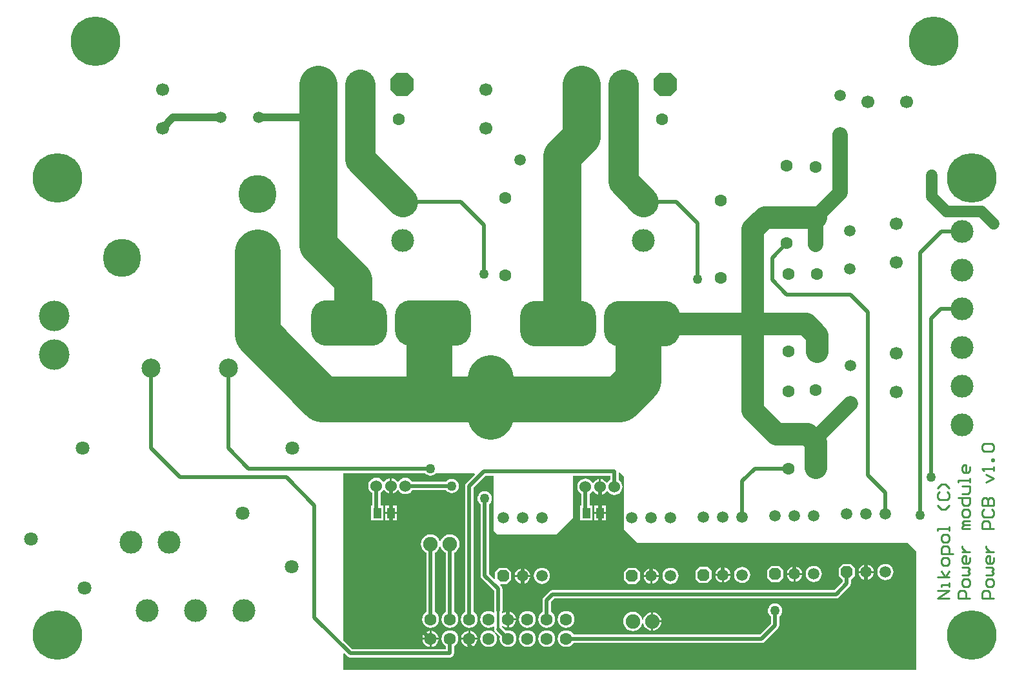
<source format=gtl>
%FSLAX24Y24*%
%MOIN*%
G70*
G01*
G75*
G04 Layer_Physical_Order=1*
G04 Layer_Color=255*
%ADD10R,0.0413X0.0551*%
%ADD11C,0.0591*%
%ADD12C,0.1969*%
%ADD13C,0.0394*%
%ADD14C,0.0197*%
%ADD15C,0.0118*%
%ADD16C,0.2362*%
%ADD17C,0.1575*%
%ADD18C,0.0787*%
%ADD19C,0.1181*%
%ADD20C,0.0100*%
%ADD21C,0.2559*%
%ADD22C,0.0591*%
%ADD23C,0.1181*%
%ADD24C,0.0748*%
%ADD25C,0.0630*%
%ADD26C,0.1575*%
%ADD27C,0.0669*%
G04:AMPARAMS|DCode=28|XSize=59.1mil|YSize=59.1mil|CornerRadius=0mil|HoleSize=0mil|Usage=FLASHONLY|Rotation=90.000|XOffset=0mil|YOffset=0mil|HoleType=Round|Shape=Octagon|*
%AMOCTAGOND28*
4,1,8,0.0148,0.0295,-0.0148,0.0295,-0.0295,0.0148,-0.0295,-0.0148,-0.0148,-0.0295,0.0148,-0.0295,0.0295,-0.0148,0.0295,0.0148,0.0148,0.0295,0.0*
%
%ADD28OCTAGOND28*%

G04:AMPARAMS|DCode=29|XSize=118.1mil|YSize=118.1mil|CornerRadius=0mil|HoleSize=0mil|Usage=FLASHONLY|Rotation=0.000|XOffset=0mil|YOffset=0mil|HoleType=Round|Shape=Octagon|*
%AMOCTAGOND29*
4,1,8,0.0591,-0.0295,0.0591,0.0295,0.0295,0.0591,-0.0295,0.0591,-0.0591,0.0295,-0.0591,-0.0295,-0.0295,-0.0591,0.0295,-0.0591,0.0591,-0.0295,0.0*
%
%ADD29OCTAGOND29*%

%ADD30C,0.0709*%
%ADD31C,0.1969*%
%ADD32C,0.0984*%
%ADD33C,0.0600*%
G04:AMPARAMS|DCode=34|XSize=393.7mil|YSize=236.2mil|CornerRadius=82.7mil|HoleSize=0mil|Usage=FLASHONLY|Rotation=0.000|XOffset=0mil|YOffset=0mil|HoleType=Round|Shape=RoundedRectangle|*
%AMROUNDEDRECTD34*
21,1,0.3937,0.0709,0,0,0.0*
21,1,0.2283,0.2362,0,0,0.0*
1,1,0.1654,0.1142,-0.0354*
1,1,0.1654,-0.1142,-0.0354*
1,1,0.1654,-0.1142,0.0354*
1,1,0.1654,0.1142,0.0354*
%
%ADD34ROUNDEDRECTD34*%
%ADD35C,0.0500*%
G36*
X43050Y18050D02*
Y16015D01*
X43047Y16008D01*
X43033Y15900D01*
X43047Y15792D01*
X43050Y15785D01*
Y15400D01*
Y15300D01*
X43450Y14900D01*
X43750Y14600D01*
X57700D01*
X58100Y14200D01*
X58150Y14150D01*
Y8050D01*
X28550D01*
Y8872D01*
X28596Y8892D01*
X28744Y8744D01*
X28816Y8696D01*
X28900Y8679D01*
X34050D01*
X34134Y8696D01*
X34206Y8744D01*
X34254Y8816D01*
X34271Y8900D01*
Y9274D01*
X34359Y9341D01*
X34428Y9432D01*
X34472Y9537D01*
X34487Y9650D01*
X34472Y9763D01*
X34428Y9868D01*
X34359Y9959D01*
X34268Y10028D01*
X34163Y10072D01*
X34050Y10087D01*
X33937Y10072D01*
X33832Y10028D01*
X33741Y9959D01*
X33672Y9868D01*
X33628Y9763D01*
X33613Y9650D01*
X33628Y9537D01*
X33672Y9432D01*
X33741Y9341D01*
X33829Y9274D01*
Y9121D01*
X28991D01*
X28550Y9562D01*
Y18200D01*
X32778D01*
X32787Y18187D01*
X32864Y18128D01*
X32954Y18091D01*
X33050Y18079D01*
X33146Y18091D01*
X33236Y18128D01*
X33313Y18187D01*
X33322Y18200D01*
X35322D01*
X35342Y18154D01*
X34894Y17706D01*
X34846Y17634D01*
X34829Y17550D01*
Y11027D01*
X34741Y10959D01*
X34672Y10868D01*
X34628Y10763D01*
X34613Y10650D01*
X34628Y10537D01*
X34672Y10432D01*
X34741Y10341D01*
X34832Y10272D01*
X34937Y10228D01*
X35050Y10213D01*
X35163Y10228D01*
X35268Y10272D01*
X35359Y10341D01*
X35428Y10432D01*
X35472Y10537D01*
X35487Y10650D01*
X35472Y10763D01*
X35428Y10868D01*
X35359Y10959D01*
X35271Y11027D01*
Y17459D01*
X35893Y18081D01*
X36300D01*
Y15250D01*
X36500Y15050D01*
X36800Y15050D01*
X39550Y15050D01*
X40150Y15650D01*
X40400Y15900D01*
Y18081D01*
X42327D01*
Y17858D01*
X42250Y17798D01*
X42193Y17724D01*
X42190Y17722D01*
X42148Y17719D01*
X42133Y17722D01*
X42085Y17785D01*
X42002Y17849D01*
X41904Y17890D01*
X41850Y17897D01*
Y17500D01*
Y17103D01*
X41904Y17110D01*
X42002Y17151D01*
X42085Y17215D01*
X42133Y17278D01*
X42148Y17281D01*
X42190Y17278D01*
X42193Y17276D01*
X42250Y17202D01*
X42337Y17135D01*
X42439Y17093D01*
X42548Y17078D01*
X42657Y17093D01*
X42759Y17135D01*
X42846Y17202D01*
X42913Y17289D01*
X42955Y17391D01*
X42970Y17500D01*
X42955Y17609D01*
X42913Y17711D01*
X42846Y17798D01*
X42769Y17858D01*
Y18250D01*
X42850D01*
X43050Y18050D01*
D02*
G37*
%LPC*%
G36*
X37100Y11062D02*
Y10700D01*
X37462D01*
X37454Y10758D01*
X37412Y10859D01*
X37346Y10946D01*
X37259Y11013D01*
X37158Y11054D01*
X37100Y11062D01*
D02*
G37*
G36*
X35850Y17271D02*
X35754Y17259D01*
X35664Y17222D01*
X35587Y17163D01*
X35528Y17086D01*
X35491Y16996D01*
X35479Y16900D01*
X35491Y16804D01*
X35528Y16714D01*
X35587Y16637D01*
X35629Y16605D01*
Y12912D01*
X35646Y12828D01*
X35694Y12756D01*
X36329Y12121D01*
Y11100D01*
X36342Y11035D01*
X36297Y11007D01*
X36268Y11028D01*
X36163Y11072D01*
X36050Y11087D01*
X35937Y11072D01*
X35832Y11028D01*
X35741Y10959D01*
X35672Y10868D01*
X35628Y10763D01*
X35613Y10650D01*
X35628Y10537D01*
X35672Y10432D01*
X35741Y10341D01*
X35832Y10272D01*
X35937Y10228D01*
X36050Y10213D01*
X36163Y10228D01*
X36268Y10272D01*
X36288Y10287D01*
X36344Y10267D01*
X36350Y10241D01*
X36346Y10235D01*
X36329Y10150D01*
X36346Y10066D01*
X36371Y10028D01*
Y10028D01*
X36372Y10027D01*
X36390Y9996D01*
X36374Y9973D01*
X36359Y9964D01*
X36326Y9984D01*
X36324Y9986D01*
D01*
X36268Y10028D01*
X36163Y10072D01*
X36050Y10087D01*
X35937Y10072D01*
X35832Y10028D01*
X35741Y9959D01*
X35672Y9868D01*
X35628Y9763D01*
X35613Y9650D01*
X35628Y9537D01*
X35672Y9432D01*
X35741Y9341D01*
X35832Y9272D01*
X35937Y9228D01*
X36050Y9213D01*
X36163Y9228D01*
X36268Y9272D01*
X36359Y9341D01*
X36428Y9432D01*
X36472Y9537D01*
X36487Y9650D01*
X36472Y9763D01*
X36428Y9868D01*
X36389Y9919D01*
X36389Y9919D01*
D01*
X36385Y9925D01*
X36389Y9919D01*
X36385Y9925D01*
X36375Y9968D01*
X36378Y9971D01*
X36424Y9964D01*
X36432Y9956D01*
X36628Y9760D01*
X36613Y9650D01*
X36628Y9537D01*
X36672Y9432D01*
X36741Y9341D01*
X36832Y9272D01*
X36937Y9228D01*
X37050Y9213D01*
X37163Y9228D01*
X37268Y9272D01*
X37359Y9341D01*
X37428Y9432D01*
X37472Y9537D01*
X37487Y9650D01*
X37472Y9763D01*
X37428Y9868D01*
X37359Y9959D01*
X37268Y10028D01*
X37163Y10072D01*
X37050Y10087D01*
X36940Y10072D01*
X36748Y10264D01*
X36752Y10293D01*
X36805Y10315D01*
X36841Y10288D01*
X36942Y10246D01*
X37000Y10238D01*
Y10650D01*
Y11062D01*
X36942Y11054D01*
X36841Y11013D01*
X36782Y10967D01*
X36745Y11002D01*
X36754Y11016D01*
X36771Y11100D01*
Y12212D01*
X36754Y12297D01*
X36706Y12368D01*
X36655Y12420D01*
X36638Y12437D01*
X36658Y12487D01*
X37007D01*
X37213Y12693D01*
Y13107D01*
X37007Y13313D01*
X36593D01*
X36387Y13107D01*
Y12758D01*
X36337Y12738D01*
X36071Y13004D01*
Y16605D01*
X36113Y16637D01*
X36172Y16714D01*
X36209Y16804D01*
X36221Y16900D01*
X36209Y16996D01*
X36172Y17086D01*
X36113Y17163D01*
X36036Y17222D01*
X35946Y17259D01*
X35850Y17271D01*
D02*
G37*
G36*
X38800Y13317D02*
X38692Y13303D01*
X38592Y13261D01*
X38505Y13195D01*
X38439Y13108D01*
X38397Y13008D01*
X38383Y12900D01*
X38397Y12792D01*
X38439Y12692D01*
X38505Y12605D01*
X38592Y12539D01*
X38692Y12497D01*
X38800Y12483D01*
X38908Y12497D01*
X39008Y12539D01*
X39095Y12605D01*
X39161Y12692D01*
X39203Y12792D01*
X39217Y12900D01*
X39203Y13008D01*
X39161Y13108D01*
X39095Y13195D01*
X39008Y13261D01*
X38908Y13303D01*
X38800Y13317D01*
D02*
G37*
G36*
X44550Y11021D02*
Y10599D01*
X44972D01*
X44962Y10673D01*
X44914Y10788D01*
X44838Y10887D01*
X44739Y10963D01*
X44624Y11011D01*
X44550Y11021D01*
D02*
G37*
G36*
X54757Y13513D02*
X54343D01*
X54137Y13307D01*
Y12893D01*
X54329Y12701D01*
Y12591D01*
X53909Y12171D01*
X39350D01*
X39266Y12154D01*
X39194Y12106D01*
X38894Y11806D01*
X38846Y11734D01*
X38829Y11650D01*
Y11027D01*
X38741Y10959D01*
X38672Y10868D01*
X38628Y10763D01*
X38613Y10650D01*
X38628Y10537D01*
X38672Y10432D01*
X38741Y10341D01*
X38832Y10272D01*
X38937Y10228D01*
X39050Y10213D01*
X39163Y10228D01*
X39268Y10272D01*
X39359Y10341D01*
X39428Y10432D01*
X39472Y10537D01*
X39487Y10650D01*
X39472Y10763D01*
X39428Y10868D01*
X39359Y10959D01*
X39271Y11027D01*
Y11559D01*
X39441Y11729D01*
X54000D01*
X54084Y11746D01*
X54156Y11794D01*
X54706Y12344D01*
X54754Y12416D01*
X54771Y12500D01*
Y12701D01*
X54963Y12893D01*
Y13307D01*
X54757Y13513D01*
D02*
G37*
G36*
X40050Y11087D02*
X39937Y11072D01*
X39832Y11028D01*
X39741Y10959D01*
X39672Y10868D01*
X39628Y10763D01*
X39613Y10650D01*
X39628Y10537D01*
X39672Y10432D01*
X39741Y10341D01*
X39832Y10272D01*
X39937Y10228D01*
X40050Y10213D01*
X40163Y10228D01*
X40268Y10272D01*
X40359Y10341D01*
X40428Y10432D01*
X40472Y10537D01*
X40487Y10650D01*
X40472Y10763D01*
X40428Y10868D01*
X40359Y10959D01*
X40268Y11028D01*
X40163Y11072D01*
X40050Y11087D01*
D02*
G37*
G36*
X37462Y10600D02*
X37100D01*
Y10238D01*
X37158Y10246D01*
X37259Y10288D01*
X37346Y10354D01*
X37412Y10441D01*
X37454Y10542D01*
X37462Y10600D01*
D02*
G37*
G36*
X45450Y13317D02*
X45342Y13303D01*
X45242Y13261D01*
X45155Y13195D01*
X45089Y13108D01*
X45047Y13008D01*
X45033Y12900D01*
X45047Y12792D01*
X45089Y12692D01*
X45155Y12605D01*
X45242Y12539D01*
X45342Y12497D01*
X45450Y12483D01*
X45558Y12497D01*
X45658Y12539D01*
X45745Y12605D01*
X45811Y12692D01*
X45853Y12792D01*
X45867Y12900D01*
X45853Y13008D01*
X45811Y13108D01*
X45745Y13195D01*
X45658Y13261D01*
X45558Y13303D01*
X45450Y13317D01*
D02*
G37*
G36*
X44842Y12850D02*
X44500D01*
Y12508D01*
X44553Y12515D01*
X44649Y12555D01*
X44732Y12618D01*
X44795Y12701D01*
X44835Y12797D01*
X44842Y12850D01*
D02*
G37*
G36*
X49150Y13367D02*
X49042Y13353D01*
X48942Y13311D01*
X48855Y13245D01*
X48789Y13158D01*
X48747Y13058D01*
X48733Y12950D01*
X48747Y12842D01*
X48789Y12742D01*
X48855Y12655D01*
X48942Y12589D01*
X49042Y12547D01*
X49150Y12533D01*
X49258Y12547D01*
X49358Y12589D01*
X49445Y12655D01*
X49511Y12742D01*
X49553Y12842D01*
X49567Y12950D01*
X49553Y13058D01*
X49511Y13158D01*
X49445Y13245D01*
X49358Y13311D01*
X49258Y13353D01*
X49150Y13367D01*
D02*
G37*
G36*
X47357Y13363D02*
X46943D01*
X46737Y13157D01*
Y12743D01*
X46943Y12537D01*
X47357D01*
X47563Y12743D01*
Y13157D01*
X47357Y13363D01*
D02*
G37*
G36*
X44400Y12850D02*
X44058D01*
X44065Y12797D01*
X44105Y12701D01*
X44168Y12618D01*
X44251Y12555D01*
X44347Y12515D01*
X44400Y12508D01*
Y12850D01*
D02*
G37*
G36*
X43657Y13313D02*
X43243D01*
X43037Y13107D01*
Y12693D01*
X43243Y12487D01*
X43657D01*
X43863Y12693D01*
Y13107D01*
X43657Y13313D01*
D02*
G37*
G36*
X37750Y12850D02*
X37408D01*
X37415Y12797D01*
X37455Y12701D01*
X37518Y12618D01*
X37601Y12555D01*
X37697Y12515D01*
X37750Y12508D01*
Y12850D01*
D02*
G37*
G36*
X38192D02*
X37850D01*
Y12508D01*
X37903Y12515D01*
X37999Y12555D01*
X38082Y12618D01*
X38145Y12701D01*
X38185Y12797D01*
X38192Y12850D01*
D02*
G37*
G36*
X35000Y9600D02*
X34638D01*
X34646Y9542D01*
X34688Y9441D01*
X34754Y9354D01*
X34841Y9288D01*
X34942Y9246D01*
X35000Y9238D01*
Y9600D01*
D02*
G37*
G36*
X35462D02*
X35100D01*
Y9238D01*
X35158Y9246D01*
X35259Y9288D01*
X35346Y9354D01*
X35412Y9441D01*
X35454Y9542D01*
X35462Y9600D01*
D02*
G37*
G36*
X33000Y10062D02*
X32942Y10054D01*
X32841Y10013D01*
X32754Y9946D01*
X32688Y9859D01*
X32646Y9758D01*
X32638Y9700D01*
X33000D01*
Y10062D01*
D02*
G37*
G36*
X33462Y9600D02*
X33100D01*
Y9238D01*
X33158Y9246D01*
X33259Y9288D01*
X33346Y9354D01*
X33412Y9441D01*
X33454Y9542D01*
X33462Y9600D01*
D02*
G37*
G36*
X38050Y10087D02*
X37937Y10072D01*
X37832Y10028D01*
X37741Y9959D01*
X37672Y9868D01*
X37628Y9763D01*
X37613Y9650D01*
X37628Y9537D01*
X37672Y9432D01*
X37741Y9341D01*
X37832Y9272D01*
X37937Y9228D01*
X38050Y9213D01*
X38163Y9228D01*
X38268Y9272D01*
X38359Y9341D01*
X38428Y9432D01*
X38472Y9537D01*
X38487Y9650D01*
X38472Y9763D01*
X38428Y9868D01*
X38359Y9959D01*
X38268Y10028D01*
X38163Y10072D01*
X38050Y10087D01*
D02*
G37*
G36*
X39050D02*
X38937Y10072D01*
X38832Y10028D01*
X38741Y9959D01*
X38672Y9868D01*
X38628Y9763D01*
X38613Y9650D01*
X38628Y9537D01*
X38672Y9432D01*
X38741Y9341D01*
X38832Y9272D01*
X38937Y9228D01*
X39050Y9213D01*
X39163Y9228D01*
X39268Y9272D01*
X39359Y9341D01*
X39428Y9432D01*
X39472Y9537D01*
X39487Y9650D01*
X39472Y9763D01*
X39428Y9868D01*
X39359Y9959D01*
X39268Y10028D01*
X39163Y10072D01*
X39050Y10087D01*
D02*
G37*
G36*
X33000Y9600D02*
X32638D01*
X32646Y9542D01*
X32688Y9441D01*
X32754Y9354D01*
X32841Y9288D01*
X32942Y9246D01*
X33000Y9238D01*
Y9600D01*
D02*
G37*
G36*
X33100Y10062D02*
Y9700D01*
X33462D01*
X33454Y9758D01*
X33412Y9859D01*
X33346Y9946D01*
X33259Y10013D01*
X33158Y10054D01*
X33100Y10062D01*
D02*
G37*
G36*
X44972Y10499D02*
X44550D01*
Y10077D01*
X44624Y10087D01*
X44739Y10135D01*
X44838Y10211D01*
X44914Y10310D01*
X44962Y10425D01*
X44972Y10499D01*
D02*
G37*
G36*
X33050Y15047D02*
X32922Y15030D01*
X32802Y14981D01*
X32699Y14902D01*
X32620Y14799D01*
X32571Y14679D01*
X32554Y14551D01*
X32571Y14423D01*
X32620Y14303D01*
X32699Y14200D01*
X32802Y14121D01*
X32829Y14110D01*
Y11027D01*
X32741Y10959D01*
X32672Y10868D01*
X32628Y10763D01*
X32613Y10650D01*
X32628Y10537D01*
X32672Y10432D01*
X32741Y10341D01*
X32832Y10272D01*
X32937Y10228D01*
X33050Y10213D01*
X33163Y10228D01*
X33268Y10272D01*
X33359Y10341D01*
X33428Y10432D01*
X33472Y10537D01*
X33487Y10650D01*
X33472Y10763D01*
X33428Y10868D01*
X33359Y10959D01*
X33271Y11027D01*
Y14110D01*
X33298Y14121D01*
X33401Y14200D01*
X33480Y14303D01*
X33524Y14409D01*
X33528Y14410D01*
X33576Y14408D01*
X33620Y14301D01*
X33699Y14198D01*
X33802Y14119D01*
X33829Y14108D01*
Y11027D01*
X33741Y10959D01*
X33672Y10868D01*
X33628Y10763D01*
X33613Y10650D01*
X33628Y10537D01*
X33672Y10432D01*
X33741Y10341D01*
X33832Y10272D01*
X33937Y10228D01*
X34050Y10213D01*
X34163Y10228D01*
X34268Y10272D01*
X34359Y10341D01*
X34428Y10432D01*
X34472Y10537D01*
X34487Y10650D01*
X34472Y10763D01*
X34428Y10868D01*
X34359Y10959D01*
X34271Y11027D01*
Y14108D01*
X34298Y14119D01*
X34401Y14198D01*
X34480Y14301D01*
X34529Y14421D01*
X34546Y14549D01*
X34529Y14677D01*
X34480Y14797D01*
X34401Y14900D01*
X34298Y14979D01*
X34178Y15028D01*
X34050Y15045D01*
X33922Y15028D01*
X33802Y14979D01*
X33699Y14900D01*
X33620Y14797D01*
X33576Y14691D01*
X33572Y14690D01*
X33524Y14692D01*
X33480Y14799D01*
X33401Y14902D01*
X33298Y14981D01*
X33178Y15030D01*
X33050Y15047D01*
D02*
G37*
G36*
X38050Y11087D02*
X37937Y11072D01*
X37832Y11028D01*
X37741Y10959D01*
X37672Y10868D01*
X37628Y10763D01*
X37613Y10650D01*
X37628Y10537D01*
X37672Y10432D01*
X37741Y10341D01*
X37832Y10272D01*
X37937Y10228D01*
X38050Y10213D01*
X38163Y10228D01*
X38268Y10272D01*
X38359Y10341D01*
X38428Y10432D01*
X38472Y10537D01*
X38487Y10650D01*
X38472Y10763D01*
X38428Y10868D01*
X38359Y10959D01*
X38268Y11028D01*
X38163Y11072D01*
X38050Y11087D01*
D02*
G37*
G36*
X43500Y11047D02*
X43372Y11030D01*
X43252Y10981D01*
X43149Y10902D01*
X43070Y10799D01*
X43021Y10679D01*
X43004Y10551D01*
X43021Y10423D01*
X43070Y10303D01*
X43149Y10200D01*
X43252Y10121D01*
X43372Y10072D01*
X43500Y10055D01*
X43628Y10072D01*
X43748Y10121D01*
X43851Y10200D01*
X43930Y10303D01*
X43979Y10423D01*
X43984Y10455D01*
X44034Y10455D01*
X44038Y10425D01*
X44086Y10310D01*
X44162Y10211D01*
X44261Y10135D01*
X44376Y10087D01*
X44450Y10077D01*
Y10549D01*
Y11021D01*
X44376Y11011D01*
X44261Y10963D01*
X44162Y10887D01*
X44086Y10788D01*
X44038Y10673D01*
X44034Y10645D01*
X43984Y10645D01*
X43979Y10679D01*
X43930Y10799D01*
X43851Y10902D01*
X43748Y10981D01*
X43628Y11030D01*
X43500Y11047D01*
D02*
G37*
G36*
X35000Y10062D02*
X34942Y10054D01*
X34841Y10013D01*
X34754Y9946D01*
X34688Y9859D01*
X34646Y9758D01*
X34638Y9700D01*
X35000D01*
Y10062D01*
D02*
G37*
G36*
X35100D02*
Y9700D01*
X35462D01*
X35454Y9758D01*
X35412Y9859D01*
X35346Y9946D01*
X35259Y10013D01*
X35158Y10054D01*
X35100Y10062D01*
D02*
G37*
G36*
X50850Y11471D02*
X50754Y11459D01*
X50664Y11422D01*
X50587Y11363D01*
X50528Y11286D01*
X50491Y11196D01*
X50479Y11100D01*
X50491Y11004D01*
X50528Y10914D01*
X50587Y10837D01*
X50629Y10805D01*
Y10441D01*
X50059Y9871D01*
X40426D01*
X40359Y9959D01*
X40268Y10028D01*
X40163Y10072D01*
X40050Y10087D01*
X39937Y10072D01*
X39832Y10028D01*
X39741Y9959D01*
X39672Y9868D01*
X39628Y9763D01*
X39613Y9650D01*
X39628Y9537D01*
X39672Y9432D01*
X39741Y9341D01*
X39832Y9272D01*
X39937Y9228D01*
X40050Y9213D01*
X40163Y9228D01*
X40268Y9272D01*
X40359Y9341D01*
X40426Y9429D01*
X50150D01*
X50235Y9446D01*
X50306Y9494D01*
X51006Y10194D01*
X51054Y10266D01*
X51071Y10350D01*
Y10805D01*
X51113Y10837D01*
X51172Y10914D01*
X51209Y11004D01*
X51221Y11100D01*
X51209Y11196D01*
X51172Y11286D01*
X51113Y11363D01*
X51036Y11422D01*
X50946Y11459D01*
X50850Y11471D01*
D02*
G37*
G36*
X30954Y16100D02*
X30698D01*
Y15774D01*
X30954D01*
Y16100D01*
D02*
G37*
G36*
X31311D02*
X31054D01*
Y15774D01*
X31311D01*
Y16100D01*
D02*
G37*
G36*
X41754D02*
X41498D01*
Y15774D01*
X41754D01*
Y16100D01*
D02*
G37*
G36*
X55600Y13492D02*
Y13150D01*
X55942D01*
X55935Y13203D01*
X55895Y13299D01*
X55832Y13382D01*
X55749Y13445D01*
X55653Y13485D01*
X55600Y13492D01*
D02*
G37*
G36*
X51800Y13392D02*
X51747Y13385D01*
X51651Y13345D01*
X51568Y13282D01*
X51505Y13199D01*
X51465Y13103D01*
X51458Y13050D01*
X51800D01*
Y13392D01*
D02*
G37*
G36*
X51900D02*
Y13050D01*
X52242D01*
X52235Y13103D01*
X52195Y13199D01*
X52132Y13282D01*
X52049Y13345D01*
X51953Y13385D01*
X51900Y13392D01*
D02*
G37*
G36*
X55500Y13492D02*
X55447Y13485D01*
X55351Y13445D01*
X55268Y13382D01*
X55205Y13299D01*
X55165Y13203D01*
X55158Y13150D01*
X55500D01*
Y13492D01*
D02*
G37*
G36*
X42111Y16100D02*
X41854D01*
Y15774D01*
X42111D01*
Y16100D01*
D02*
G37*
G36*
X41052Y17922D02*
X40943Y17907D01*
X40841Y17865D01*
X40754Y17798D01*
X40687Y17711D01*
X40645Y17609D01*
X40630Y17500D01*
X40645Y17391D01*
X40687Y17289D01*
X40754Y17202D01*
X40831Y17142D01*
Y16544D01*
X40771D01*
Y15756D01*
X41420D01*
Y16544D01*
X41273D01*
Y17142D01*
X41350Y17202D01*
X41407Y17276D01*
X41410Y17278D01*
X41452Y17281D01*
X41466Y17278D01*
X41515Y17215D01*
X41598Y17151D01*
X41696Y17110D01*
X41750Y17103D01*
Y17500D01*
Y17897D01*
X41696Y17890D01*
X41598Y17849D01*
X41515Y17785D01*
X41466Y17722D01*
X41452Y17719D01*
X41410Y17722D01*
X41407Y17724D01*
X41350Y17798D01*
X41263Y17865D01*
X41161Y17907D01*
X41052Y17922D01*
D02*
G37*
G36*
X30252Y17972D02*
X30143Y17957D01*
X30041Y17915D01*
X29954Y17848D01*
X29887Y17761D01*
X29845Y17659D01*
X29830Y17550D01*
X29845Y17441D01*
X29887Y17339D01*
X29954Y17252D01*
X30031Y17192D01*
Y16544D01*
X29971D01*
Y15756D01*
X30620D01*
Y16544D01*
X30473D01*
Y17192D01*
X30550Y17252D01*
X30607Y17326D01*
X30610Y17328D01*
X30652Y17331D01*
X30667Y17328D01*
X30715Y17265D01*
X30798Y17201D01*
X30896Y17160D01*
X30950Y17153D01*
Y17550D01*
Y17947D01*
X30896Y17940D01*
X30798Y17899D01*
X30715Y17835D01*
X30667Y17772D01*
X30652Y17769D01*
X30610Y17772D01*
X30607Y17774D01*
X30550Y17848D01*
X30463Y17915D01*
X30361Y17957D01*
X30252Y17972D01*
D02*
G37*
G36*
X31748D02*
X31639Y17957D01*
X31537Y17915D01*
X31450Y17848D01*
X31393Y17774D01*
X31390Y17772D01*
X31348Y17769D01*
X31333Y17772D01*
X31285Y17835D01*
X31202Y17899D01*
X31104Y17940D01*
X31050Y17947D01*
Y17550D01*
Y17153D01*
X31104Y17160D01*
X31202Y17201D01*
X31285Y17265D01*
X31333Y17328D01*
X31348Y17331D01*
X31390Y17328D01*
X31393Y17326D01*
X31450Y17252D01*
X31537Y17185D01*
X31639Y17143D01*
X31748Y17128D01*
X31857Y17143D01*
X31959Y17185D01*
X32046Y17252D01*
X32106Y17329D01*
X33855D01*
X33887Y17287D01*
X33964Y17228D01*
X34054Y17191D01*
X34150Y17179D01*
X34246Y17191D01*
X34336Y17228D01*
X34413Y17287D01*
X34472Y17364D01*
X34509Y17454D01*
X34521Y17550D01*
X34509Y17646D01*
X34472Y17736D01*
X34413Y17813D01*
X34336Y17872D01*
X34246Y17909D01*
X34150Y17921D01*
X34054Y17909D01*
X33964Y17872D01*
X33887Y17813D01*
X33855Y17771D01*
X32106D01*
X32046Y17848D01*
X31959Y17915D01*
X31857Y17957D01*
X31748Y17972D01*
D02*
G37*
G36*
X42111Y16526D02*
X41854D01*
Y16200D01*
X42111D01*
Y16526D01*
D02*
G37*
G36*
X30954D02*
X30698D01*
Y16200D01*
X30954D01*
Y16526D01*
D02*
G37*
G36*
X31311D02*
X31054D01*
Y16200D01*
X31311D01*
Y16526D01*
D02*
G37*
G36*
X41754D02*
X41498D01*
Y16200D01*
X41754D01*
Y16526D01*
D02*
G37*
G36*
X51800Y12950D02*
X51458D01*
X51465Y12897D01*
X51505Y12801D01*
X51568Y12718D01*
X51651Y12655D01*
X51747Y12615D01*
X51800Y12608D01*
Y12950D01*
D02*
G37*
G36*
X52242D02*
X51900D01*
Y12608D01*
X51953Y12615D01*
X52049Y12655D01*
X52132Y12718D01*
X52195Y12801D01*
X52235Y12897D01*
X52242Y12950D01*
D02*
G37*
G36*
X56550Y13517D02*
X56442Y13503D01*
X56342Y13461D01*
X56255Y13395D01*
X56189Y13308D01*
X56147Y13208D01*
X56133Y13100D01*
X56147Y12992D01*
X56189Y12892D01*
X56255Y12805D01*
X56342Y12739D01*
X56442Y12697D01*
X56550Y12683D01*
X56658Y12697D01*
X56758Y12739D01*
X56845Y12805D01*
X56911Y12892D01*
X56953Y12992D01*
X56967Y13100D01*
X56953Y13208D01*
X56911Y13308D01*
X56845Y13395D01*
X56758Y13461D01*
X56658Y13503D01*
X56550Y13517D01*
D02*
G37*
G36*
X51057Y13413D02*
X50643D01*
X50437Y13207D01*
Y12793D01*
X50643Y12587D01*
X51057D01*
X51263Y12793D01*
Y13207D01*
X51057Y13413D01*
D02*
G37*
G36*
X48100Y12900D02*
X47758D01*
X47765Y12847D01*
X47805Y12751D01*
X47868Y12668D01*
X47951Y12605D01*
X48047Y12565D01*
X48100Y12558D01*
Y12900D01*
D02*
G37*
G36*
X48542D02*
X48200D01*
Y12558D01*
X48253Y12565D01*
X48349Y12605D01*
X48432Y12668D01*
X48495Y12751D01*
X48535Y12847D01*
X48542Y12900D01*
D02*
G37*
G36*
X52850Y13417D02*
X52742Y13403D01*
X52642Y13361D01*
X52555Y13295D01*
X52489Y13208D01*
X52447Y13108D01*
X52433Y13000D01*
X52447Y12892D01*
X52489Y12792D01*
X52555Y12705D01*
X52642Y12639D01*
X52742Y12597D01*
X52850Y12583D01*
X52958Y12597D01*
X53058Y12639D01*
X53145Y12705D01*
X53211Y12792D01*
X53253Y12892D01*
X53267Y13000D01*
X53253Y13108D01*
X53211Y13208D01*
X53145Y13295D01*
X53058Y13361D01*
X52958Y13403D01*
X52850Y13417D01*
D02*
G37*
G36*
X55500Y13050D02*
X55158D01*
X55165Y12997D01*
X55205Y12901D01*
X55268Y12818D01*
X55351Y12755D01*
X55447Y12715D01*
X55500Y12708D01*
Y13050D01*
D02*
G37*
G36*
X44500Y13292D02*
Y12950D01*
X44842D01*
X44835Y13003D01*
X44795Y13099D01*
X44732Y13182D01*
X44649Y13245D01*
X44553Y13285D01*
X44500Y13292D01*
D02*
G37*
G36*
X48100Y13342D02*
X48047Y13335D01*
X47951Y13295D01*
X47868Y13232D01*
X47805Y13149D01*
X47765Y13053D01*
X47758Y13000D01*
X48100D01*
Y13342D01*
D02*
G37*
G36*
X48200D02*
Y13000D01*
X48542D01*
X48535Y13053D01*
X48495Y13149D01*
X48432Y13232D01*
X48349Y13295D01*
X48253Y13335D01*
X48200Y13342D01*
D02*
G37*
G36*
X44400Y13292D02*
X44347Y13285D01*
X44251Y13245D01*
X44168Y13182D01*
X44105Y13099D01*
X44065Y13003D01*
X44058Y12950D01*
X44400D01*
Y13292D01*
D02*
G37*
G36*
X55942Y13050D02*
X55600D01*
Y12708D01*
X55653Y12715D01*
X55749Y12755D01*
X55832Y12818D01*
X55895Y12901D01*
X55935Y12997D01*
X55942Y13050D01*
D02*
G37*
G36*
X37750Y13292D02*
X37697Y13285D01*
X37601Y13245D01*
X37518Y13182D01*
X37455Y13099D01*
X37415Y13003D01*
X37408Y12950D01*
X37750D01*
Y13292D01*
D02*
G37*
G36*
X37850D02*
Y12950D01*
X38192D01*
X38185Y13003D01*
X38145Y13099D01*
X38082Y13182D01*
X37999Y13245D01*
X37903Y13285D01*
X37850Y13292D01*
D02*
G37*
%LPD*%
D10*
X41096Y16150D02*
D03*
X41804D02*
D03*
X30296D02*
D03*
X31004D02*
D03*
D11*
X61500Y31750D02*
X62150Y31100D01*
X59700Y31750D02*
X61500D01*
X58950Y32500D02*
X59700Y31750D01*
X58950Y32500D02*
Y33600D01*
D12*
X27235Y30015D02*
Y36500D01*
Y38300D01*
Y30015D02*
X29032Y28219D01*
Y25975D02*
Y28219D01*
X39832Y34597D02*
X40835Y35600D01*
X39832Y25925D02*
Y34597D01*
X40835Y35600D02*
Y38300D01*
D13*
X24184Y36600D02*
X27135D01*
X27235Y36500D02*
X27400D01*
X19750Y36600D02*
X22216D01*
X19200Y36050D02*
X19750Y36600D01*
D14*
X35050Y9300D02*
Y9650D01*
Y9300D02*
X35213Y9137D01*
X54887D01*
X55550Y9800D02*
Y13100D01*
X54887Y9137D02*
X55550Y9800D01*
X31004Y11696D02*
X33050Y9650D01*
X31004Y11696D02*
Y16150D01*
X35850Y12912D02*
Y16900D01*
Y12912D02*
X36498Y12264D01*
X36550Y12212D01*
Y11100D02*
Y12212D01*
Y10150D02*
X37050Y9650D01*
X31748Y17550D02*
X34150D01*
X30252Y16194D02*
Y17550D01*
X31000Y16154D02*
Y17550D01*
X41052Y16194D02*
Y17500D01*
X41800Y16154D02*
Y17500D01*
X46850Y28250D02*
Y31150D01*
X45750Y32250D02*
X46850Y31150D01*
X44050Y32250D02*
X45750D01*
X31600D02*
X34600D01*
X35800Y31050D01*
Y28500D02*
Y31050D01*
X49800Y18450D02*
X51550D01*
X49150Y17800D02*
X49800Y18450D01*
X49150Y15950D02*
Y17800D01*
X58900Y18000D02*
Y26200D01*
X59400Y26700D01*
X60500D01*
X58350Y16050D02*
Y29600D01*
X59450Y30700D01*
X60500D01*
X56550Y16100D02*
Y17200D01*
X55650Y18100D02*
X56550Y17200D01*
X55650Y18100D02*
Y26550D01*
X54750Y27450D02*
X55650Y26550D01*
X51450Y27450D02*
X54750D01*
X50700Y28200D02*
X51450Y27450D01*
X50700Y28200D02*
Y29350D01*
X51450Y30100D01*
X34050Y8900D02*
Y9650D01*
X28900Y8900D02*
X34050D01*
X27050Y10750D02*
X28900Y8900D01*
X27050Y10750D02*
Y16550D01*
X25600Y18000D02*
X27050Y16550D01*
X20100Y18000D02*
X25600D01*
X18592Y19508D02*
X20100Y18000D01*
X18592Y19508D02*
Y23650D01*
X34050Y10650D02*
Y14549D01*
X33050Y10650D02*
Y14551D01*
X22608Y19492D02*
Y23650D01*
Y19492D02*
X23650Y18450D01*
X33050D01*
X42548Y17500D02*
Y18302D01*
X35802D02*
X42548D01*
X35050Y17550D02*
X35802Y18302D01*
X35050Y10650D02*
Y17550D01*
X37050Y10650D02*
Y11300D01*
X37800Y12050D01*
Y12900D01*
Y13600D01*
X38250Y14050D01*
X55150D02*
X55550Y13650D01*
Y13100D02*
Y13650D01*
X41804Y14054D02*
Y16150D01*
X44450Y12900D02*
Y14050D01*
X38250D02*
X44450D01*
X48150Y12950D02*
Y14050D01*
X44450D02*
X48150D01*
X51850Y13000D02*
Y14050D01*
X48150D02*
X51850D01*
X55150D01*
X39050Y10650D02*
Y11650D01*
X39350Y11950D01*
X54000D01*
X54550Y12500D01*
Y13100D01*
X40050Y9650D02*
X50150D01*
X50850Y10350D01*
Y11100D01*
D15*
X36550Y10150D02*
Y11100D01*
D16*
X24104Y25396D02*
Y29634D01*
Y25396D02*
X27450Y22050D01*
X42800D02*
X43769Y23019D01*
Y25925D01*
X32968Y22118D02*
Y25975D01*
X36150Y21150D02*
Y22050D01*
Y23150D01*
X27450Y22050D02*
X36150D01*
X42800D01*
D17*
X29400Y34450D02*
Y38300D01*
Y34450D02*
X31600Y32250D01*
X43000Y33300D02*
Y38300D01*
Y33300D02*
X44050Y32250D01*
D18*
X52950Y30050D02*
Y31450D01*
X54200Y32700D01*
Y35716D01*
X53184Y20250D02*
X54750Y21816D01*
D19*
X43769Y25925D02*
X49675D01*
Y30825D01*
X50300Y31450D01*
X52950D01*
X49675Y25925D02*
X52425D01*
X53000Y25350D01*
Y24500D02*
Y25350D01*
X49675Y21475D02*
Y25925D01*
Y21475D02*
X50900Y20250D01*
X52500D01*
X52950Y19800D01*
Y18500D02*
Y19800D01*
D20*
X59850Y11750D02*
X59250D01*
X59850Y12150D01*
X59250D01*
X59850Y12350D02*
Y12550D01*
Y12450D01*
X59450D01*
Y12350D01*
X59850Y12850D02*
X59250D01*
X59650D02*
X59450Y13150D01*
X59650Y12850D02*
X59850Y13150D01*
Y13549D02*
Y13749D01*
X59750Y13849D01*
X59550D01*
X59450Y13749D01*
Y13549D01*
X59550Y13449D01*
X59750D01*
X59850Y13549D01*
X60050Y14049D02*
X59450D01*
Y14349D01*
X59550Y14449D01*
X59750D01*
X59850Y14349D01*
Y14049D01*
Y14749D02*
Y14949D01*
X59750Y15049D01*
X59550D01*
X59450Y14949D01*
Y14749D01*
X59550Y14649D01*
X59750D01*
X59850Y14749D01*
Y15249D02*
Y15449D01*
Y15349D01*
X59250D01*
Y15249D01*
X59850Y16548D02*
X59650Y16349D01*
X59450D01*
X59250Y16548D01*
X59350Y17248D02*
X59250Y17148D01*
Y16948D01*
X59350Y16848D01*
X59750D01*
X59850Y16948D01*
Y17148D01*
X59750Y17248D01*
X59850Y17448D02*
X59650Y17648D01*
X59450D01*
X59250Y17448D01*
X60900Y11750D02*
X60300D01*
Y12050D01*
X60400Y12150D01*
X60600D01*
X60700Y12050D01*
Y11750D01*
X60900Y12450D02*
Y12650D01*
X60800Y12750D01*
X60600D01*
X60500Y12650D01*
Y12450D01*
X60600Y12350D01*
X60800D01*
X60900Y12450D01*
X60500Y12950D02*
X60800D01*
X60900Y13050D01*
X60800Y13150D01*
X60900Y13250D01*
X60800Y13349D01*
X60500D01*
X60900Y13849D02*
Y13649D01*
X60800Y13549D01*
X60600D01*
X60500Y13649D01*
Y13849D01*
X60600Y13949D01*
X60700D01*
Y13549D01*
X60500Y14149D02*
X60900D01*
X60700D01*
X60600Y14249D01*
X60500Y14349D01*
Y14449D01*
X60900Y15349D02*
X60500D01*
Y15449D01*
X60600Y15549D01*
X60900D01*
X60600D01*
X60500Y15649D01*
X60600Y15749D01*
X60900D01*
Y16049D02*
Y16249D01*
X60800Y16349D01*
X60600D01*
X60500Y16249D01*
Y16049D01*
X60600Y15949D01*
X60800D01*
X60900Y16049D01*
X60300Y16948D02*
X60900D01*
Y16648D01*
X60800Y16548D01*
X60600D01*
X60500Y16648D01*
Y16948D01*
Y17148D02*
X60800D01*
X60900Y17248D01*
Y17548D01*
X60500D01*
X60900Y17748D02*
Y17948D01*
Y17848D01*
X60300D01*
Y17748D01*
X60900Y18548D02*
Y18348D01*
X60800Y18248D01*
X60600D01*
X60500Y18348D01*
Y18548D01*
X60600Y18648D01*
X60700D01*
Y18248D01*
X62150Y11750D02*
X61550D01*
Y12050D01*
X61650Y12150D01*
X61850D01*
X61950Y12050D01*
Y11750D01*
X62150Y12450D02*
Y12650D01*
X62050Y12750D01*
X61850D01*
X61750Y12650D01*
Y12450D01*
X61850Y12350D01*
X62050D01*
X62150Y12450D01*
X61750Y12950D02*
X62050D01*
X62150Y13050D01*
X62050Y13150D01*
X62150Y13250D01*
X62050Y13349D01*
X61750D01*
X62150Y13849D02*
Y13649D01*
X62050Y13549D01*
X61850D01*
X61750Y13649D01*
Y13849D01*
X61850Y13949D01*
X61950D01*
Y13549D01*
X61750Y14149D02*
X62150D01*
X61950D01*
X61850Y14249D01*
X61750Y14349D01*
Y14449D01*
X62150Y15349D02*
X61550D01*
Y15649D01*
X61650Y15749D01*
X61850D01*
X61950Y15649D01*
Y15349D01*
X61650Y16349D02*
X61550Y16249D01*
Y16049D01*
X61650Y15949D01*
X62050D01*
X62150Y16049D01*
Y16249D01*
X62050Y16349D01*
X61550Y16548D02*
X62150D01*
Y16848D01*
X62050Y16948D01*
X61950D01*
X61850Y16848D01*
Y16548D01*
Y16848D01*
X61750Y16948D01*
X61650D01*
X61550Y16848D01*
Y16548D01*
X61750Y17748D02*
X62150Y17948D01*
X61750Y18148D01*
X62150Y18348D02*
Y18548D01*
Y18448D01*
X61550D01*
X61650Y18348D01*
X62150Y18848D02*
X62050D01*
Y18948D01*
X62150D01*
Y18848D01*
X61650Y19348D02*
X61550Y19448D01*
Y19647D01*
X61650Y19747D01*
X62050D01*
X62150Y19647D01*
Y19448D01*
X62050Y19348D01*
X61650D01*
D21*
X15748Y40551D02*
D03*
X59055D02*
D03*
X61024Y33465D02*
D03*
X13780D02*
D03*
Y9843D02*
D03*
X61024D02*
D03*
D22*
X54200Y35766D02*
D03*
Y37734D02*
D03*
X24184Y36600D02*
D03*
X22216D02*
D03*
X54700Y28766D02*
D03*
Y30734D02*
D03*
X54750Y21816D02*
D03*
Y23784D02*
D03*
X37800Y12900D02*
D03*
X38800D02*
D03*
Y15900D02*
D03*
X37800D02*
D03*
X36800D02*
D03*
X39634Y34400D02*
D03*
X37666D02*
D03*
X55550Y13100D02*
D03*
X56550D02*
D03*
Y16100D02*
D03*
X55550D02*
D03*
X54550D02*
D03*
X51850Y13000D02*
D03*
X52850D02*
D03*
Y16000D02*
D03*
X51850D02*
D03*
X50850D02*
D03*
X48150Y12950D02*
D03*
X49150D02*
D03*
Y15950D02*
D03*
X48150D02*
D03*
X47150D02*
D03*
X44450Y12900D02*
D03*
X45450D02*
D03*
Y15900D02*
D03*
X44450D02*
D03*
X43450D02*
D03*
D23*
X18400Y11100D02*
D03*
X20900D02*
D03*
X23400D02*
D03*
X44050Y32250D02*
D03*
Y30250D02*
D03*
X60500Y30700D02*
D03*
Y28700D02*
D03*
X31600Y32250D02*
D03*
Y30250D02*
D03*
X60500Y26700D02*
D03*
Y24700D02*
D03*
Y22700D02*
D03*
Y20700D02*
D03*
X19534Y14650D02*
D03*
X17566D02*
D03*
X29400Y38300D02*
D03*
X27235D02*
D03*
X43000D02*
D03*
X40835D02*
D03*
D24*
X33050Y14551D02*
D03*
X34050Y14549D02*
D03*
X44500Y10549D02*
D03*
X43500Y10551D02*
D03*
D25*
X38050Y9650D02*
D03*
Y10650D02*
D03*
X39050Y9650D02*
D03*
Y10650D02*
D03*
X40050D02*
D03*
Y9650D02*
D03*
X33050D02*
D03*
Y10650D02*
D03*
X34050Y9650D02*
D03*
Y10650D02*
D03*
X35050D02*
D03*
Y9650D02*
D03*
X36050Y10650D02*
D03*
Y9650D02*
D03*
X37050Y10650D02*
D03*
Y9650D02*
D03*
X48050Y32300D02*
D03*
Y28300D02*
D03*
X52950Y30050D02*
D03*
Y34050D02*
D03*
X51450Y34100D02*
D03*
Y30100D02*
D03*
X53000Y24500D02*
D03*
Y28500D02*
D03*
X51550D02*
D03*
Y24500D02*
D03*
X27400Y36500D02*
D03*
X31400D02*
D03*
X41000D02*
D03*
X45000D02*
D03*
X36900Y32450D02*
D03*
Y28450D02*
D03*
X51550Y22450D02*
D03*
Y18450D02*
D03*
X52950Y18500D02*
D03*
Y22500D02*
D03*
D26*
X36150Y21150D02*
D03*
Y23150D02*
D03*
X13600Y26350D02*
D03*
Y24350D02*
D03*
D27*
X35900Y36050D02*
D03*
Y38050D02*
D03*
X55650Y37400D02*
D03*
X57650D02*
D03*
X19200Y36050D02*
D03*
Y38050D02*
D03*
X57100Y31100D02*
D03*
Y29100D02*
D03*
Y24400D02*
D03*
Y22400D02*
D03*
D28*
X36800Y12900D02*
D03*
X54550Y13100D02*
D03*
X50850Y13000D02*
D03*
X47150Y12950D02*
D03*
X43450Y12900D02*
D03*
D29*
X31565Y38300D02*
D03*
X45165D02*
D03*
D30*
X15087Y19500D02*
D03*
X25913D02*
D03*
X15178Y12286D02*
D03*
X12422Y14814D02*
D03*
X25864Y13372D02*
D03*
X23336Y16128D02*
D03*
D31*
X24104Y32626D02*
D03*
X17096Y29343D02*
D03*
X24104Y29634D02*
D03*
D32*
X18592Y23650D02*
D03*
X22608D02*
D03*
D33*
X30252Y17550D02*
D03*
X31748D02*
D03*
X31000D02*
D03*
X41052Y17500D02*
D03*
X42548D02*
D03*
X41800D02*
D03*
D34*
X33165Y25975D02*
D03*
X28835D02*
D03*
X43965Y25925D02*
D03*
X39635D02*
D03*
D35*
X62150Y31100D02*
D03*
X58950Y33600D02*
D03*
X35850Y16900D02*
D03*
X34150Y17550D02*
D03*
X46850Y28250D02*
D03*
X35800Y28500D02*
D03*
X58900Y18000D02*
D03*
X58350Y16050D02*
D03*
X33050Y18450D02*
D03*
X50850Y11100D02*
D03*
M02*

</source>
